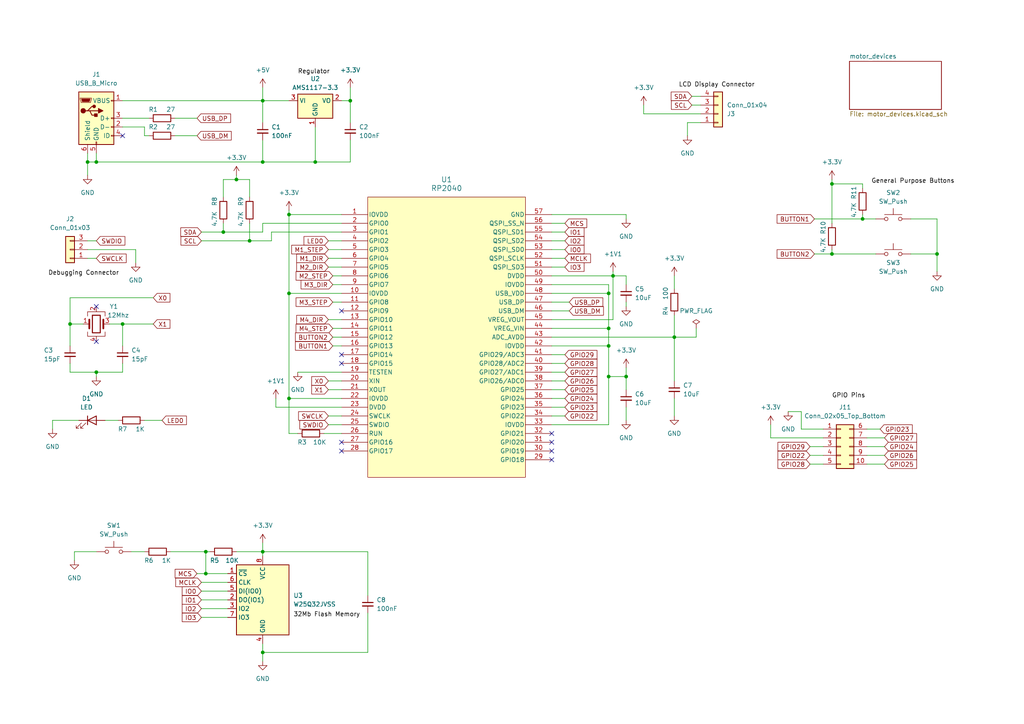
<source format=kicad_sch>
(kicad_sch (version 20230121) (generator eeschema)
  (paper "A4")
  (lib_symbols
    (symbol "Connector:USB_B_Micro" (pin_names (offset 1.016))
      (property "Reference" "J" (at -5.08 11.43 0))
      (property "Value" "USB_B_Micro" (at -5.08 8.89 0))
      (symbol "USB_B_Micro_0_1"
        (rectangle (start -5.08 -7.62) (end 5.08 7.62) (stroke (width 0.254)) (fill (type background)))
        (circle (center -3.81 2.159) (radius 0.635) (stroke (width 0.254)) (fill (type outline)))
        (circle (center -0.635 3.429) (radius 0.381) (stroke (width 0.254)) (fill (type outline)))
        (rectangle (start -0.127 -7.62) (end 0.127 -6.858))
        (polyline (pts (xy -1.905 2.159) (xy 0.635 2.159)) (stroke (width 0.254)))
        (polyline (pts (xy -3.175 2.159) (xy -2.54 2.159) (xy -1.27 3.429) (xy -0.635 3.429)) (stroke (width 0.254)))
        (polyline (pts (xy -2.54 2.159) (xy -1.905 2.159) (xy -1.27 0.889) (xy 0 0.889)) (stroke (width 0.254)))
        (polyline (pts (xy 0.635 2.794) (xy 0.635 1.524) (xy 1.905 2.159) (xy 0.635 2.794)) (stroke (width 0.254)) (fill (type outline)))
        (polyline (pts (xy -4.318 5.588) (xy -1.778 5.588) (xy -2.032 4.826) (xy -4.064 4.826) (xy -4.318 5.588)) (fill (type outline)))
        (polyline (pts (xy -4.699 5.842) (xy -4.699 5.588) (xy -4.445 4.826) (xy -4.445 4.572) (xy -1.651 4.572) (xy -1.651 4.826) (xy -1.397 5.588) (xy -1.397 5.842) (xy -4.699 5.842)))
        (rectangle (start 0.254 1.27) (end -0.508 0.508) (stroke (width 0.254)) (fill (type outline)))
        (rectangle (start 5.08 -5.207) (end 4.318 -4.953))
        (rectangle (start 5.08 -2.667) (end 4.318 -2.413))
        (rectangle (start 5.08 -0.127) (end 4.318 0.127))
        (rectangle (start 5.08 4.953) (end 4.318 5.207))
      )
      (symbol "USB_B_Micro_1_1"
        (pin power_out line (at 7.62 5.08 180) (length 2.54) (name "VBUS") (number "1"))
        (pin bidirectional line (at 7.62 -2.54 180) (length 2.54) (name "D-") (number "2"))
        (pin bidirectional line (at 7.62 0 180) (length 2.54) (name "D+") (number "3"))
        (pin passive line (at 7.62 -5.08 180) (length 2.54) (name "ID") (number "4"))
        (pin power_out line (at 0 -10.16 90) (length 2.54) (name "GND") (number "5"))
        (pin passive line (at -2.54 -10.16 90) (length 2.54) (name "Shield") (number "6"))
      )
    )
    (symbol "Connector_Generic:Conn_01x03" (pin_names (offset 1.016) hide)
      (property "Reference" "J" (at 0 5.08 0))
      (property "Value" "Conn_01x03" (at 0 -5.08 0))
      (symbol "Conn_01x03_1_1"
        (rectangle (start -1.27 -2.413) (end 0 -2.667) (stroke (width 0.1524)))
        (rectangle (start -1.27 0.127) (end 0 -0.127) (stroke (width 0.1524)))
        (rectangle (start -1.27 2.667) (end 0 2.413) (stroke (width 0.1524)))
        (rectangle (start -1.27 3.81) (end 1.27 -3.81) (stroke (width 0.254)) (fill (type background)))
        (pin passive line (at -5.08 2.54 0) (length 3.81) (name "Pin_1") (number "1"))
        (pin passive line (at -5.08 0 0) (length 3.81) (name "Pin_2") (number "2"))
        (pin passive line (at -5.08 -2.54 0) (length 3.81) (name "Pin_3") (number "3"))
      )
    )
    (symbol "Connector_Generic:Conn_01x04" (pin_names (offset 1.016) hide)
      (property "Reference" "J" (at 0 5.08 0))
      (property "Value" "Conn_01x04" (at 0 -7.62 0))
      (symbol "Conn_01x04_1_1"
        (rectangle (start -1.27 -4.953) (end 0 -5.207) (stroke (width 0.1524)))
        (rectangle (start -1.27 -2.413) (end 0 -2.667) (stroke (width 0.1524)))
        (rectangle (start -1.27 0.127) (end 0 -0.127) (stroke (width 0.1524)))
        (rectangle (start -1.27 2.667) (end 0 2.413) (stroke (width 0.1524)))
        (rectangle (start -1.27 3.81) (end 1.27 -6.35) (stroke (width 0.254)) (fill (type background)))
        (pin passive line (at -5.08 2.54 0) (length 3.81) (name "Pin_1") (number "1"))
        (pin passive line (at -5.08 0 0) (length 3.81) (name "Pin_2") (number "2"))
        (pin passive line (at -5.08 -2.54 0) (length 3.81) (name "Pin_3") (number "3"))
        (pin passive line (at -5.08 -5.08 0) (length 3.81) (name "Pin_4") (number "4"))
      )
    )
    (symbol "Connector_Generic:Conn_02x05_Top_Bottom" (pin_names (offset 1.016) hide)
      (property "Reference" "J" (at 1.27 7.62 0))
      (property "Value" "Conn_02x05_Top_Bottom" (at 1.27 -7.62 0))
      (symbol "Conn_02x05_Top_Bottom_1_1"
        (rectangle (start -1.27 -4.953) (end 0 -5.207) (stroke (width 0.1524)))
        (rectangle (start -1.27 -2.413) (end 0 -2.667) (stroke (width 0.1524)))
        (rectangle (start -1.27 0.127) (end 0 -0.127) (stroke (width 0.1524)))
        (rectangle (start -1.27 2.667) (end 0 2.413) (stroke (width 0.1524)))
        (rectangle (start -1.27 5.207) (end 0 4.953) (stroke (width 0.1524)))
        (rectangle (start -1.27 6.35) (end 3.81 -6.35) (stroke (width 0.254)) (fill (type background)))
        (rectangle (start 3.81 -4.953) (end 2.54 -5.207) (stroke (width 0.1524)))
        (rectangle (start 3.81 -2.413) (end 2.54 -2.667) (stroke (width 0.1524)))
        (rectangle (start 3.81 0.127) (end 2.54 -0.127) (stroke (width 0.1524)))
        (rectangle (start 3.81 2.667) (end 2.54 2.413) (stroke (width 0.1524)))
        (rectangle (start 3.81 5.207) (end 2.54 4.953) (stroke (width 0.1524)))
        (pin passive line (at -5.08 5.08 0) (length 3.81) (name "Pin_1") (number "1"))
        (pin passive line (at 7.62 -5.08 180) (length 3.81) (name "Pin_10") (number "10"))
        (pin passive line (at -5.08 2.54 0) (length 3.81) (name "Pin_2") (number "2"))
        (pin passive line (at -5.08 0 0) (length 3.81) (name "Pin_3") (number "3"))
        (pin passive line (at -5.08 -2.54 0) (length 3.81) (name "Pin_4") (number "4"))
        (pin passive line (at -5.08 -5.08 0) (length 3.81) (name "Pin_5") (number "5"))
        (pin passive line (at 7.62 5.08 180) (length 3.81) (name "Pin_6") (number "6"))
        (pin passive line (at 7.62 2.54 180) (length 3.81) (name "Pin_7") (number "7"))
        (pin passive line (at 7.62 0 180) (length 3.81) (name "Pin_8") (number "8"))
        (pin passive line (at 7.62 -2.54 180) (length 3.81) (name "Pin_9") (number "9"))
      )
    )
    (symbol "Device:C_Small" (pin_numbers hide) (pin_names (offset 0.254) hide)
      (property "Reference" "C" (at 0.254 1.778 0))
      (property "Value" "C_Small" (at 0.254 -2.032 0))
      (symbol "C_Small_0_1"
        (polyline (pts (xy -1.524 -0.508) (xy 1.524 -0.508)) (stroke (width 0.3302)))
        (polyline (pts (xy -1.524 0.508) (xy 1.524 0.508)) (stroke (width 0.3048)))
      )
      (symbol "C_Small_1_1"
        (pin passive line (at 0 2.54 270) (length 2.032) (name "~") (number "1"))
        (pin passive line (at 0 -2.54 90) (length 2.032) (name "~") (number "2"))
      )
    )
    (symbol "Device:Crystal_GND24" (pin_names (offset 1.016) hide)
      (property "Reference" "Y" (at 3.175 5.08 0))
      (property "Value" "Crystal_GND24" (at 3.175 3.175 0))
      (symbol "Crystal_GND24_0_1"
        (rectangle (start -1.143 2.54) (end 1.143 -2.54) (stroke (width 0.3048)))
        (polyline (pts (xy -2.54 0) (xy -2.032 0)))
        (polyline (pts (xy -2.032 -1.27) (xy -2.032 1.27)) (stroke (width 0.508)))
        (polyline (pts (xy 0 -3.81) (xy 0 -3.556)))
        (polyline (pts (xy 0 3.556) (xy 0 3.81)))
        (polyline (pts (xy 2.032 -1.27) (xy 2.032 1.27)) (stroke (width 0.508)))
        (polyline (pts (xy 2.032 0) (xy 2.54 0)))
        (polyline (pts (xy -2.54 -2.286) (xy -2.54 -3.556) (xy 2.54 -3.556) (xy 2.54 -2.286)))
        (polyline (pts (xy -2.54 2.286) (xy -2.54 3.556) (xy 2.54 3.556) (xy 2.54 2.286)))
      )
      (symbol "Crystal_GND24_1_1"
        (pin passive line (at -3.81 0 0) (length 1.27) (name "1") (number "1"))
        (pin passive line (at 0 5.08 270) (length 1.27) (name "2") (number "2"))
        (pin passive line (at 3.81 0 180) (length 1.27) (name "3") (number "3"))
        (pin passive line (at 0 -5.08 90) (length 1.27) (name "4") (number "4"))
      )
    )
    (symbol "Device:LED" (pin_numbers hide) (pin_names (offset 1.016) hide)
      (property "Reference" "D" (at 0 2.54 0))
      (property "Value" "LED" (at 0 -2.54 0))
      (symbol "LED_0_1"
        (polyline (pts (xy -1.27 -1.27) (xy -1.27 1.27)) (stroke (width 0.254)))
        (polyline (pts (xy -1.27 0) (xy 1.27 0)))
        (polyline (pts (xy 1.27 -1.27) (xy 1.27 1.27) (xy -1.27 0) (xy 1.27 -1.27)) (stroke (width 0.254)))
        (polyline (pts (xy -3.048 -0.762) (xy -4.572 -2.286) (xy -3.81 -2.286) (xy -4.572 -2.286) (xy -4.572 -1.524)))
        (polyline (pts (xy -1.778 -0.762) (xy -3.302 -2.286) (xy -2.54 -2.286) (xy -3.302 -2.286) (xy -3.302 -1.524)))
      )
      (symbol "LED_1_1"
        (pin passive line (at -3.81 0 0) (length 2.54) (name "K") (number "1"))
        (pin passive line (at 3.81 0 180) (length 2.54) (name "A") (number "2"))
      )
    )
    (symbol "Device:R" (pin_numbers hide) (pin_names (offset 0))
      (property "Reference" "R" (at 2.032 0 90))
      (property "Value" "R" (at 0 0 90))
      (symbol "R_0_1"
        (rectangle (start -1.016 -2.54) (end 1.016 2.54) (stroke (width 0.254)))
      )
      (symbol "R_1_1"
        (pin passive line (at 0 3.81 270) (length 1.27) (name "~") (number "1"))
        (pin passive line (at 0 -3.81 90) (length 1.27) (name "~") (number "2"))
      )
    )
    (symbol "Memory_Flash:W25Q32JVSS"
      (property "Reference" "U" (at -6.35 11.43 0))
      (property "Value" "W25Q32JVSS" (at 7.62 11.43 0))
      (symbol "W25Q32JVSS_0_1"
        (rectangle (start -7.62 10.16) (end 7.62 -10.16) (stroke (width 0.254)) (fill (type background)))
      )
      (symbol "W25Q32JVSS_1_1"
        (pin input line (at -10.16 7.62 0) (length 2.54) (name "~{CS}") (number "1"))
        (pin bidirectional line (at -10.16 0 0) (length 2.54) (name "DO(IO1)") (number "2"))
        (pin bidirectional line (at -10.16 -2.54 0) (length 2.54) (name "IO2") (number "3"))
        (pin power_in line (at 0 -12.7 90) (length 2.54) (name "GND") (number "4"))
        (pin bidirectional line (at -10.16 2.54 0) (length 2.54) (name "DI(IO0)") (number "5"))
        (pin input line (at -10.16 5.08 0) (length 2.54) (name "CLK") (number "6"))
        (pin bidirectional line (at -10.16 -5.08 0) (length 2.54) (name "IO3") (number "7"))
        (pin power_in line (at 0 12.7 270) (length 2.54) (name "VCC") (number "8"))
      )
    )
    (symbol "RP2040:RP2040" (pin_names (offset 0.254))
      (property "Reference" "U1" (at 30.48 10.16 0))
      (property "Value" "RP2040" (at 30.48 7.62 0))
      (symbol "RP2040_0_1"
        (pin power_in line (at 0 0 0) (length 7.62) (name "IOVDD") (number "1"))
        (pin power_in line (at 0 -22.86 0) (length 7.62) (name "IOVDD") (number "10"))
        (pin bidirectional line (at 0 -25.4 0) (length 7.62) (name "GPIO8") (number "11"))
        (pin bidirectional line (at 0 -27.94 0) (length 7.62) (name "GPIO9") (number "12"))
        (pin bidirectional line (at 0 -30.48 0) (length 7.62) (name "GPIO10") (number "13"))
        (pin bidirectional line (at 0 -33.02 0) (length 7.62) (name "GPIO11") (number "14"))
        (pin bidirectional line (at 0 -35.56 0) (length 7.62) (name "GPIO12") (number "15"))
        (pin bidirectional line (at 0 -38.1 0) (length 7.62) (name "GPIO13") (number "16"))
        (pin bidirectional line (at 0 -40.64 0) (length 7.62) (name "GPIO14") (number "17"))
        (pin bidirectional line (at 0 -43.18 0) (length 7.62) (name "GPIO15") (number "18"))
        (pin bidirectional line (at 0 -2.54 0) (length 7.62) (name "GPIO0") (number "2"))
        (pin output line (at 0 -50.8 0) (length 7.62) (name "XOUT") (number "21"))
        (pin power_in line (at 0 -53.34 0) (length 7.62) (name "IOVDD") (number "22"))
        (pin power_in line (at 0 -55.88 0) (length 7.62) (name "DVDD") (number "23"))
        (pin bidirectional line (at 0 -66.04 0) (length 7.62) (name "GPIO16") (number "27"))
        (pin bidirectional line (at 0 -68.58 0) (length 7.62) (name "GPIO17") (number "28"))
        (pin bidirectional line (at 60.96 -71.12 180) (length 7.62) (name "GPIO18") (number "29"))
        (pin bidirectional line (at 0 -5.08 0) (length 7.62) (name "GPIO1") (number "3"))
        (pin bidirectional line (at 60.96 -68.58 180) (length 7.62) (name "GPIO19") (number "30"))
        (pin bidirectional line (at 60.96 -66.04 180) (length 7.62) (name "GPIO20") (number "31"))
        (pin bidirectional line (at 60.96 -63.5 180) (length 7.62) (name "GPIO21") (number "32"))
        (pin power_in line (at 60.96 -60.96 180) (length 7.62) (name "IOVDD") (number "33"))
        (pin bidirectional line (at 60.96 -58.42 180) (length 7.62) (name "GPIO22") (number "34"))
        (pin bidirectional line (at 60.96 -55.88 180) (length 7.62) (name "GPIO23") (number "35"))
        (pin bidirectional line (at 60.96 -53.34 180) (length 7.62) (name "GPIO24") (number "36"))
        (pin bidirectional line (at 60.96 -50.8 180) (length 7.62) (name "GPIO25") (number "37"))
        (pin bidirectional line (at 60.96 -48.26 180) (length 7.62) (name "GPIO26/ADC0") (number "38"))
        (pin bidirectional line (at 60.96 -45.72 180) (length 7.62) (name "GPIO27/ADC1") (number "39"))
        (pin bidirectional line (at 0 -7.62 0) (length 7.62) (name "GPIO2") (number "4"))
        (pin bidirectional line (at 60.96 -43.18 180) (length 7.62) (name "GPIO28/ADC2") (number "40"))
        (pin bidirectional line (at 60.96 -40.64 180) (length 7.62) (name "GPIO29/ADC3") (number "41"))
        (pin power_in line (at 60.96 -38.1 180) (length 7.62) (name "IOVDD") (number "42"))
        (pin power_in line (at 60.96 -35.56 180) (length 7.62) (name "ADC_AVDD") (number "43"))
        (pin power_in line (at 60.96 -22.86 180) (length 7.62) (name "USB_VDD") (number "48"))
        (pin power_in line (at 60.96 -20.32 180) (length 7.62) (name "IOVDD") (number "49"))
        (pin bidirectional line (at 0 -10.16 0) (length 7.62) (name "GPIO3") (number "5"))
        (pin power_in line (at 60.96 -17.78 180) (length 7.62) (name "DVDD") (number "50"))
        (pin bidirectional line (at 60.96 -15.24 180) (length 7.62) (name "QSPI_SD3") (number "51"))
        (pin bidirectional line (at 60.96 -10.16 180) (length 7.62) (name "QSPI_SD0") (number "53"))
        (pin bidirectional line (at 60.96 -7.62 180) (length 7.62) (name "QSPI_SD2") (number "54"))
        (pin bidirectional line (at 60.96 -5.08 180) (length 7.62) (name "QSPI_SD1") (number "55"))
        (pin bidirectional line (at 0 -12.7 0) (length 7.62) (name "GPIO4") (number "6"))
        (pin bidirectional line (at 0 -15.24 0) (length 7.62) (name "GPIO5") (number "7"))
        (pin bidirectional line (at 0 -17.78 0) (length 7.62) (name "GPIO6") (number "8"))
        (pin bidirectional line (at 0 -20.32 0) (length 7.62) (name "GPIO7") (number "9"))
      )
      (symbol "RP2040_1_1"
        (rectangle (start 7.62 5.08) (end 53.34 -76.2) (fill (type background)))
        (pin input line (at 0 -45.72 0) (length 7.62) (name "TESTEN") (number "19"))
        (pin input line (at 0 -48.26 0) (length 7.62) (name "XIN") (number "20"))
        (pin input line (at 0 -58.42 0) (length 7.62) (name "SWCLK") (number "24"))
        (pin bidirectional line (at 0 -60.96 0) (length 7.62) (name "SWDIO") (number "25"))
        (pin input line (at 0 -63.5 0) (length 7.62) (name "RUN") (number "26"))
        (pin power_in line (at 60.96 -33.02 180) (length 7.62) (name "VREG_VIN") (number "44"))
        (pin power_out line (at 60.96 -30.48 180) (length 7.62) (name "VREG_VOUT") (number "45"))
        (pin bidirectional line (at 60.96 -27.94 180) (length 7.62) (name "USB_DM") (number "46"))
        (pin bidirectional line (at 60.96 -25.4 180) (length 7.62) (name "USB_DP") (number "47"))
        (pin output line (at 60.96 -12.7 180) (length 7.62) (name "QSPI_SCLK") (number "52"))
        (pin bidirectional line (at 60.96 -2.54 180) (length 7.62) (name "QSPI_SS_N") (number "56"))
        (pin power_in line (at 60.96 0 180) (length 7.62) (name "GND") (number "57"))
      )
    )
    (symbol "Regulator_Linear:AMS1117-3.3"
      (property "Reference" "U" (at -3.81 3.175 0))
      (property "Value" "AMS1117-3.3" (at 0 3.175 0))
      (symbol "AMS1117-3.3_0_1"
        (rectangle (start -5.08 -5.08) (end 5.08 1.905) (stroke (width 0.254)) (fill (type background)))
      )
      (symbol "AMS1117-3.3_1_1"
        (pin power_in line (at 0 -7.62 90) (length 2.54) (name "GND") (number "1"))
        (pin power_out line (at 7.62 0 180) (length 2.54) (name "VO") (number "2"))
        (pin power_in line (at -7.62 0 0) (length 2.54) (name "VI") (number "3"))
      )
    )
    (symbol "Switch:SW_Push" (pin_numbers hide) (pin_names (offset 1.016) hide)
      (property "Reference" "SW" (at 1.27 2.54 0))
      (property "Value" "SW_Push" (at 0 -1.524 0))
      (symbol "SW_Push_0_1"
        (circle (center -2.032 0) (radius 0.508))
        (polyline (pts (xy 0 1.27) (xy 0 3.048)))
        (polyline (pts (xy 2.54 1.27) (xy -2.54 1.27)))
        (circle (center 2.032 0) (radius 0.508))
        (pin passive line (at -5.08 0 0) (length 2.54) (name "1") (number "1"))
        (pin passive line (at 5.08 0 180) (length 2.54) (name "2") (number "2"))
      )
    )
    (symbol "power:+1V1" (power) (pin_names (offset 0))
      (property "Value" "+1V1" (at 0 3.556 0))
      (symbol "+1V1_0_1"
        (polyline (pts (xy -0.762 1.27) (xy 0 2.54)))
        (polyline (pts (xy 0 0) (xy 0 2.54)))
        (polyline (pts (xy 0 2.54) (xy 0.762 1.27)))
      )
      (symbol "+1V1_1_1"
        (pin power_in line (at 0 0 90) (length 0) hide (name "+1V1") (number "1"))
      )
    )
    (symbol "power:+3.3V" (power) (pin_names (offset 0))
      (property "Value" "+3.3V" (at 0 3.556 0))
      (symbol "+3.3V_0_1"
        (polyline (pts (xy -0.762 1.27) (xy 0 2.54)))
        (polyline (pts (xy 0 0) (xy 0 2.54)))
        (polyline (pts (xy 0 2.54) (xy 0.762 1.27)))
      )
      (symbol "+3.3V_1_1"
        (pin power_in line (at 0 0 90) (length 0) hide (name "+3.3V") (number "1"))
      )
    )
    (symbol "power:+5V" (power) (pin_names (offset 0))
      (property "Value" "+5V" (at 0 3.556 0))
      (symbol "+5V_0_1"
        (polyline (pts (xy -0.762 1.27) (xy 0 2.54)))
        (polyline (pts (xy 0 0) (xy 0 2.54)))
        (polyline (pts (xy 0 2.54) (xy 0.762 1.27)))
      )
      (symbol "+5V_1_1"
        (pin power_in line (at 0 0 90) (length 0) hide (name "+5V") (number "1"))
      )
    )
    (symbol "power:GND" (power) (pin_names (offset 0))
      (property "Value" "GND" (at 0 -3.81 0))
      (symbol "GND_0_1"
        (polyline (pts (xy 0 0) (xy 0 -1.27) (xy 1.27 -1.27) (xy 0 -2.54) (xy -1.27 -1.27) (xy 0 -1.27)))
      )
      (symbol "GND_1_1"
        (pin power_in line (at 0 0 270) (length 0) hide (name "GND") (number "1"))
      )
    )
    (symbol "power:PWR_FLAG" (power) (pin_numbers hide) (pin_names (offset 0) hide)
      (property "Value" "PWR_FLAG" (at 0 3.81 0))
      (symbol "PWR_FLAG_0_0"
        (pin power_out line (at 0 0 90) (length 0) (name "pwr") (number "1"))
      )
      (symbol "PWR_FLAG_0_1"
        (polyline (pts (xy 0 0) (xy 0 1.27) (xy -1.016 1.905) (xy 0 2.54) (xy 1.016 1.905) (xy 0 1.27)))
      )
    )
  )
  (junction (at 83.82 62.23))
  (junction (at 250.19 63.5))
  (junction (at 83.82 115.57))
  (junction (at 83.82 85.09))
  (junction (at 177.8 80.01))
  (junction (at 25.4 46.99))
  (junction (at 76.2 29.21))
  (junction (at 176.53 100.33))
  (junction (at 176.53 95.25))
  (junction (at 271.78 73.66))
  (junction (at 20.32 93.98))
  (junction (at 68.58 52.07))
  (junction (at 76.2 160.02))
  (junction (at 59.69 166.37))
  (junction (at 59.69 160.02))
  (junction (at 176.53 85.09))
  (junction (at 35.56 93.98))
  (junction (at 27.94 107.95))
  (junction (at 101.6 29.21))
  (junction (at 176.53 109.22))
  (junction (at 181.61 109.22))
  (junction (at 72.39 69.85))
  (junction (at 64.77 67.31))
  (junction (at 91.44 46.99))
  (junction (at 241.3 73.66))
  (junction (at 76.2 189.23))
  (junction (at 27.94 46.99))
  (junction (at 241.3 53.34))
  (junction (at 76.2 46.99))
  (junction (at 195.58 97.79))
  (no_connect (at 160.02 130.81))
  (no_connect (at 160.02 133.35))
  (no_connect (at 27.94 99.06))
  (no_connect (at 160.02 125.73))
  (no_connect (at 99.06 130.81))
  (no_connect (at 99.06 102.87))
  (no_connect (at 99.06 90.17))
  (no_connect (at 99.06 105.41))
  (no_connect (at 27.94 88.9))
  (no_connect (at 35.56 39.37))
  (no_connect (at 160.02 128.27))
  (no_connect (at 99.06 128.27))
  (wire (pts (xy 181.61 118.11) (xy 181.61 121.92)))
  (wire (pts (xy 35.56 34.29) (xy 43.18 34.29)))
  (wire (pts (xy 160.02 82.55) (xy 176.53 82.55)))
  (wire (pts (xy 86.36 107.95) (xy 99.06 107.95)))
  (wire (pts (xy 72.39 64.77) (xy 72.39 69.85)))
  (wire (pts (xy 223.52 123.19) (xy 223.52 127)))
  (wire (pts (xy 234.95 132.08) (xy 238.76 132.08)))
  (wire (pts (xy 96.52 100.33) (xy 99.06 100.33)))
  (wire (pts (xy 238.76 124.46) (xy 232.41 124.46)))
  (wire (pts (xy 232.41 124.46) (xy 232.41 119.38)))
  (wire (pts (xy 181.61 109.22) (xy 181.61 113.03)))
  (wire (pts (xy 181.61 106.68) (xy 181.61 109.22)))
  (wire (pts (xy 176.53 95.25) (xy 160.02 95.25)))
  (wire (pts (xy 64.77 64.77) (xy 64.77 67.31)))
  (wire (pts (xy 58.42 176.53) (xy 66.04 176.53)))
  (wire (pts (xy 106.68 172.72) (xy 106.68 160.02)))
  (wire (pts (xy 35.56 36.83) (xy 41.91 36.83)))
  (wire (pts (xy 86.36 125.73) (xy 83.82 125.73)))
  (wire (pts (xy 160.02 118.11) (xy 163.83 118.11)))
  (wire (pts (xy 93.98 125.73) (xy 99.06 125.73)))
  (wire (pts (xy 160.02 67.31) (xy 163.83 67.31)))
  (wire (pts (xy 25.4 74.93) (xy 27.94 74.93)))
  (wire (pts (xy 101.6 29.21) (xy 101.6 35.56)))
  (wire (pts (xy 106.68 160.02) (xy 76.2 160.02)))
  (wire (pts (xy 95.25 77.47) (xy 99.06 77.47)))
  (wire (pts (xy 80.01 115.57) (xy 80.01 118.11)))
  (wire (pts (xy 195.58 80.01) (xy 195.58 83.82)))
  (wire (pts (xy 83.82 62.23) (xy 99.06 62.23)))
  (wire (pts (xy 201.93 97.79) (xy 195.58 97.79)))
  (wire (pts (xy 49.53 160.02) (xy 59.69 160.02)))
  (wire (pts (xy 76.2 186.69) (xy 76.2 189.23)))
  (wire (pts (xy 99.06 67.31) (xy 78.74 67.31)))
  (wire (pts (xy 59.69 166.37) (xy 66.04 166.37)))
  (wire (pts (xy 24.13 93.98) (xy 20.32 93.98)))
  (wire (pts (xy 176.53 109.22) (xy 176.53 123.19)))
  (wire (pts (xy 50.8 34.29) (xy 57.15 34.29)))
  (wire (pts (xy 160.02 64.77) (xy 163.83 64.77)))
  (wire (pts (xy 160.02 62.23) (xy 181.61 62.23)))
  (wire (pts (xy 203.2 35.56) (xy 199.39 35.56)))
  (wire (pts (xy 91.44 46.99) (xy 76.2 46.99)))
  (wire (pts (xy 181.61 87.63) (xy 181.61 88.9)))
  (wire (pts (xy 160.02 77.47) (xy 163.83 77.47)))
  (wire (pts (xy 101.6 40.64) (xy 101.6 46.99)))
  (wire (pts (xy 177.8 80.01) (xy 177.8 92.71)))
  (wire (pts (xy 99.06 64.77) (xy 76.2 64.77)))
  (wire (pts (xy 177.8 78.74) (xy 177.8 80.01)))
  (wire (pts (xy 241.3 53.34) (xy 241.3 64.77)))
  (wire (pts (xy 76.2 189.23) (xy 76.2 191.77)))
  (wire (pts (xy 181.61 82.55) (xy 181.61 80.01)))
  (wire (pts (xy 236.22 73.66) (xy 241.3 73.66)))
  (wire (pts (xy 20.32 107.95) (xy 27.94 107.95)))
  (wire (pts (xy 27.94 107.95) (xy 27.94 109.22)))
  (wire (pts (xy 176.53 85.09) (xy 176.53 95.25)))
  (wire (pts (xy 72.39 57.15) (xy 72.39 52.07)))
  (wire (pts (xy 96.52 82.55) (xy 99.06 82.55)))
  (wire (pts (xy 160.02 80.01) (xy 177.8 80.01)))
  (wire (pts (xy 76.2 157.48) (xy 76.2 160.02)))
  (wire (pts (xy 160.02 85.09) (xy 176.53 85.09)))
  (wire (pts (xy 68.58 160.02) (xy 76.2 160.02)))
  (wire (pts (xy 201.93 95.25) (xy 201.93 97.79)))
  (wire (pts (xy 76.2 29.21) (xy 83.82 29.21)))
  (wire (pts (xy 177.8 80.01) (xy 181.61 80.01)))
  (wire (pts (xy 176.53 109.22) (xy 181.61 109.22)))
  (wire (pts (xy 64.77 57.15) (xy 64.77 52.07)))
  (wire (pts (xy 76.2 40.64) (xy 76.2 46.99)))
  (wire (pts (xy 236.22 63.5) (xy 250.19 63.5)))
  (wire (pts (xy 20.32 86.36) (xy 20.32 93.98)))
  (wire (pts (xy 271.78 73.66) (xy 271.78 78.74)))
  (wire (pts (xy 186.69 33.02) (xy 203.2 33.02)))
  (wire (pts (xy 35.56 107.95) (xy 27.94 107.95)))
  (wire (pts (xy 76.2 25.4) (xy 76.2 29.21)))
  (wire (pts (xy 60.96 160.02) (xy 59.69 160.02)))
  (wire (pts (xy 199.39 35.56) (xy 199.39 39.37)))
  (wire (pts (xy 20.32 86.36) (xy 44.45 86.36)))
  (wire (pts (xy 160.02 72.39) (xy 163.83 72.39)))
  (wire (pts (xy 160.02 113.03) (xy 163.83 113.03)))
  (wire (pts (xy 234.95 134.62) (xy 238.76 134.62)))
  (wire (pts (xy 264.16 73.66) (xy 271.78 73.66)))
  (wire (pts (xy 250.19 53.34) (xy 241.3 53.34)))
  (wire (pts (xy 96.52 87.63) (xy 99.06 87.63)))
  (wire (pts (xy 58.42 171.45) (xy 66.04 171.45)))
  (wire (pts (xy 27.94 160.02) (xy 21.59 160.02)))
  (wire (pts (xy 251.46 132.08) (xy 256.54 132.08)))
  (wire (pts (xy 58.42 168.91) (xy 66.04 168.91)))
  (wire (pts (xy 160.02 115.57) (xy 163.83 115.57)))
  (wire (pts (xy 78.74 67.31) (xy 78.74 69.85)))
  (wire (pts (xy 160.02 92.71) (xy 177.8 92.71)))
  (wire (pts (xy 101.6 25.4) (xy 101.6 29.21)))
  (wire (pts (xy 241.3 72.39) (xy 241.3 73.66)))
  (wire (pts (xy 160.02 120.65) (xy 163.83 120.65)))
  (wire (pts (xy 91.44 36.83) (xy 91.44 46.99)))
  (wire (pts (xy 76.2 35.56) (xy 76.2 29.21)))
  (wire (pts (xy 101.6 46.99) (xy 91.44 46.99)))
  (wire (pts (xy 27.94 44.45) (xy 27.94 46.99)))
  (wire (pts (xy 68.58 50.8) (xy 68.58 52.07)))
  (wire (pts (xy 35.56 100.33) (xy 35.56 93.98)))
  (wire (pts (xy 160.02 97.79) (xy 195.58 97.79)))
  (wire (pts (xy 160.02 110.49) (xy 163.83 110.49)))
  (wire (pts (xy 271.78 63.5) (xy 271.78 73.66)))
  (wire (pts (xy 234.95 129.54) (xy 238.76 129.54)))
  (wire (pts (xy 41.91 36.83) (xy 41.91 39.37)))
  (wire (pts (xy 41.91 121.92) (xy 46.99 121.92)))
  (wire (pts (xy 160.02 69.85) (xy 163.83 69.85)))
  (wire (pts (xy 99.06 115.57) (xy 83.82 115.57)))
  (wire (pts (xy 35.56 93.98) (xy 44.45 93.98)))
  (wire (pts (xy 35.56 93.98) (xy 31.75 93.98)))
  (wire (pts (xy 95.25 72.39) (xy 99.06 72.39)))
  (wire (pts (xy 160.02 90.17) (xy 165.1 90.17)))
  (wire (pts (xy 50.8 39.37) (xy 57.15 39.37)))
  (wire (pts (xy 21.59 160.02) (xy 21.59 162.56)))
  (wire (pts (xy 20.32 93.98) (xy 20.32 100.33)))
  (wire (pts (xy 15.24 121.92) (xy 22.86 121.92)))
  (wire (pts (xy 106.68 177.8) (xy 106.68 189.23)))
  (wire (pts (xy 176.53 100.33) (xy 176.53 109.22)))
  (wire (pts (xy 241.3 73.66) (xy 254 73.66)))
  (wire (pts (xy 15.24 121.92) (xy 15.24 124.46)))
  (wire (pts (xy 241.3 52.07) (xy 241.3 53.34)))
  (wire (pts (xy 195.58 91.44) (xy 195.58 97.79)))
  (wire (pts (xy 25.4 69.85) (xy 27.94 69.85)))
  (wire (pts (xy 72.39 52.07) (xy 68.58 52.07)))
  (wire (pts (xy 250.19 63.5) (xy 250.19 62.23)))
  (wire (pts (xy 64.77 67.31) (xy 76.2 67.31)))
  (wire (pts (xy 238.76 127) (xy 223.52 127)))
  (wire (pts (xy 176.53 82.55) (xy 176.53 85.09)))
  (wire (pts (xy 176.53 95.25) (xy 176.53 100.33)))
  (wire (pts (xy 83.82 60.96) (xy 83.82 62.23)))
  (wire (pts (xy 58.42 69.85) (xy 72.39 69.85)))
  (wire (pts (xy 232.41 119.38) (xy 228.6 119.38)))
  (wire (pts (xy 195.58 115.57) (xy 195.58 120.65)))
  (wire (pts (xy 58.42 67.31) (xy 64.77 67.31)))
  (wire (pts (xy 251.46 129.54) (xy 256.54 129.54)))
  (wire (pts (xy 200.66 30.48) (xy 203.2 30.48)))
  (wire (pts (xy 64.77 52.07) (xy 68.58 52.07)))
  (wire (pts (xy 99.06 85.09) (xy 83.82 85.09)))
  (wire (pts (xy 38.1 160.02) (xy 41.91 160.02)))
  (wire (pts (xy 254 63.5) (xy 250.19 63.5)))
  (wire (pts (xy 25.4 72.39) (xy 39.37 72.39)))
  (wire (pts (xy 57.15 166.37) (xy 59.69 166.37)))
  (wire (pts (xy 58.42 179.07) (xy 66.04 179.07)))
  (wire (pts (xy 251.46 124.46) (xy 255.27 124.46)))
  (wire (pts (xy 160.02 102.87) (xy 163.83 102.87)))
  (wire (pts (xy 250.19 54.61) (xy 250.19 53.34)))
  (wire (pts (xy 95.25 69.85) (xy 99.06 69.85)))
  (wire (pts (xy 83.82 85.09) (xy 83.82 115.57)))
  (wire (pts (xy 251.46 127) (xy 256.54 127)))
  (wire (pts (xy 95.25 123.19) (xy 99.06 123.19)))
  (wire (pts (xy 160.02 105.41) (xy 163.83 105.41)))
  (wire (pts (xy 39.37 72.39) (xy 39.37 76.2)))
  (wire (pts (xy 27.94 46.99) (xy 25.4 46.99)))
  (wire (pts (xy 80.01 118.11) (xy 99.06 118.11)))
  (wire (pts (xy 76.2 160.02) (xy 76.2 161.29)))
  (wire (pts (xy 106.68 189.23) (xy 76.2 189.23)))
  (wire (pts (xy 96.52 95.25) (xy 99.06 95.25)))
  (wire (pts (xy 76.2 46.99) (xy 27.94 46.99)))
  (wire (pts (xy 195.58 97.79) (xy 195.58 110.49)))
  (wire (pts (xy 20.32 105.41) (xy 20.32 107.95)))
  (wire (pts (xy 95.25 74.93) (xy 99.06 74.93)))
  (wire (pts (xy 41.91 39.37) (xy 43.18 39.37)))
  (wire (pts (xy 58.42 173.99) (xy 66.04 173.99)))
  (wire (pts (xy 83.82 115.57) (xy 83.82 125.73)))
  (wire (pts (xy 72.39 69.85) (xy 78.74 69.85)))
  (wire (pts (xy 95.25 120.65) (xy 99.06 120.65)))
  (wire (pts (xy 30.48 121.92) (xy 34.29 121.92)))
  (wire (pts (xy 96.52 80.01) (xy 99.06 80.01)))
  (wire (pts (xy 160.02 107.95) (xy 163.83 107.95)))
  (wire (pts (xy 181.61 62.23) (xy 181.61 63.5)))
  (wire (pts (xy 35.56 29.21) (xy 76.2 29.21)))
  (wire (pts (xy 76.2 64.77) (xy 76.2 67.31)))
  (wire (pts (xy 83.82 62.23) (xy 83.82 85.09)))
  (wire (pts (xy 25.4 44.45) (xy 25.4 46.99)))
  (wire (pts (xy 95.25 113.03) (xy 99.06 113.03)))
  (wire (pts (xy 200.66 27.94) (xy 203.2 27.94)))
  (wire (pts (xy 160.02 74.93) (xy 163.83 74.93)))
  (wire (pts (xy 160.02 123.19) (xy 176.53 123.19)))
  (wire (pts (xy 99.06 29.21) (xy 101.6 29.21)))
  (wire (pts (xy 160.02 100.33) (xy 176.53 100.33)))
  (wire (pts (xy 251.46 134.62) (xy 256.54 134.62)))
  (wire (pts (xy 95.25 110.49) (xy 99.06 110.49)))
  (wire (pts (xy 59.69 160.02) (xy 59.69 166.37)))
  (wire (pts (xy 160.02 87.63) (xy 165.1 87.63)))
  (wire (pts (xy 186.69 30.48) (xy 186.69 33.02)))
  (wire (pts (xy 96.52 97.79) (xy 99.06 97.79)))
  (wire (pts (xy 95.25 92.71) (xy 99.06 92.71)))
  (wire (pts (xy 35.56 105.41) (xy 35.56 107.95)))
  (wire (pts (xy 264.16 63.5) (xy 271.78 63.5)))
  (wire (pts (xy 25.4 46.99) (xy 25.4 50.8)))
  (text "General Purpose Buttons" (at 252.73 53.34 0) (effects (font (size 1.27 1.27)) (justify left bottom)))
  (text "Debugging Connector\n" (at 13.97 80.01 0) (effects (font (size 1.27 1.27)) (justify left bottom)))
  (text "GPIO Pins\n" (at 241.3 115.57 0) (effects (font (size 1.27 1.27)) (justify left bottom)))
  (text "LCD Display Connector\n" (at 196.85 25.4 0) (effects (font (size 1.27 1.27)) (justify left bottom)))
  (text "Regulator" (at 86.36 21.59 0) (effects (font (size 1.27 1.27)) (justify left bottom)))
  (text "32Mb Flash Memory\n" (at 85.09 179.07 0) (effects (font (size 1.27 1.27)) (justify left bottom)))
  (global_label "IO1" (shape input) (at 58.42 173.99 180) (property "Intersheetrefs" "${INTERSHEET_REFS}" (effects hide)))
  (global_label "SDA" (shape input) (at 200.66 27.94 180) (property "Intersheetrefs" "${INTERSHEET_REFS}" (effects hide)))
  (global_label "SWCLK" (shape input) (at 95.25 120.65 180) (property "Intersheetrefs" "${INTERSHEET_REFS}" (effects hide)))
  (global_label "M1_DIR" (shape input) (at 95.25 74.93 180) (property "Intersheetrefs" "${INTERSHEET_REFS}" (effects hide)))
  (global_label "LED0" (shape input) (at 46.99 121.92 0) (property "Intersheetrefs" "${INTERSHEET_REFS}" (effects hide)))
  (global_label "GPIO29" (shape input) (at 234.95 129.54 180) (property "Intersheetrefs" "${INTERSHEET_REFS}" (effects hide)))
  (global_label "SWDIO" (shape input) (at 95.25 123.19 180) (property "Intersheetrefs" "${INTERSHEET_REFS}" (effects hide)))
  (global_label "BUTTON2" (shape input) (at 236.22 73.66 180) (property "Intersheetrefs" "${INTERSHEET_REFS}" (effects hide)))
  (global_label "GPIO27" (shape input) (at 163.83 107.95 0) (property "Intersheetrefs" "${INTERSHEET_REFS}" (effects hide)))
  (global_label "USB_DM" (shape input) (at 57.15 39.37 0) (property "Intersheetrefs" "${INTERSHEET_REFS}" (effects hide)))
  (global_label "MCLK" (shape input) (at 58.42 168.91 180) (property "Intersheetrefs" "${INTERSHEET_REFS}" (effects hide)))
  (global_label "GPIO22" (shape input) (at 234.95 132.08 180) (property "Intersheetrefs" "${INTERSHEET_REFS}" (effects hide)))
  (global_label "GPIO23" (shape input) (at 163.83 118.11 0) (property "Intersheetrefs" "${INTERSHEET_REFS}" (effects hide)))
  (global_label "IO0" (shape input) (at 163.83 72.39 0) (property "Intersheetrefs" "${INTERSHEET_REFS}" (effects hide)))
  (global_label "GPIO24" (shape input) (at 163.83 115.57 0) (property "Intersheetrefs" "${INTERSHEET_REFS}" (effects hide)))
  (global_label "GPIO27" (shape input) (at 256.54 127 0) (property "Intersheetrefs" "${INTERSHEET_REFS}" (effects hide)))
  (global_label "X1" (shape input) (at 95.25 113.03 180) (property "Intersheetrefs" "${INTERSHEET_REFS}" (effects hide)))
  (global_label "IO2" (shape input) (at 163.83 69.85 0) (property "Intersheetrefs" "${INTERSHEET_REFS}" (effects hide)))
  (global_label "IO3" (shape input) (at 58.42 179.07 180) (property "Intersheetrefs" "${INTERSHEET_REFS}" (effects hide)))
  (global_label "GPIO24" (shape input) (at 256.54 129.54 0) (property "Intersheetrefs" "${INTERSHEET_REFS}" (effects hide)))
  (global_label "IO3" (shape input) (at 163.83 77.47 0) (property "Intersheetrefs" "${INTERSHEET_REFS}" (effects hide)))
  (global_label "M3_STEP" (shape input) (at 96.52 87.63 180) (property "Intersheetrefs" "${INTERSHEET_REFS}" (effects hide)))
  (global_label "USB_DP" (shape input) (at 165.1 87.63 0) (property "Intersheetrefs" "${INTERSHEET_REFS}" (effects hide)))
  (global_label "GPIO26" (shape input) (at 256.54 132.08 0) (property "Intersheetrefs" "${INTERSHEET_REFS}" (effects hide)))
  (global_label "GPIO28" (shape input) (at 163.83 105.41 0) (property "Intersheetrefs" "${INTERSHEET_REFS}" (effects hide)))
  (global_label "BUTTON1" (shape input) (at 96.52 100.33 180) (property "Intersheetrefs" "${INTERSHEET_REFS}" (effects hide)))
  (global_label "BUTTON1" (shape input) (at 236.22 63.5 180) (property "Intersheetrefs" "${INTERSHEET_REFS}" (effects hide)))
  (global_label "USB_DP" (shape input) (at 57.15 34.29 0) (property "Intersheetrefs" "${INTERSHEET_REFS}" (effects hide)))
  (global_label "GPIO25" (shape input) (at 256.54 134.62 0) (property "Intersheetrefs" "${INTERSHEET_REFS}" (effects hide)))
  (global_label "SWCLK" (shape input) (at 27.94 74.93 0) (property "Intersheetrefs" "${INTERSHEET_REFS}" (effects hide)))
  (global_label "GPIO28" (shape input) (at 234.95 134.62 180) (property "Intersheetrefs" "${INTERSHEET_REFS}" (effects hide)))
  (global_label "GPIO29" (shape input) (at 163.83 102.87 0) (property "Intersheetrefs" "${INTERSHEET_REFS}" (effects hide)))
  (global_label "X0" (shape input) (at 95.25 110.49 180) (property "Intersheetrefs" "${INTERSHEET_REFS}" (effects hide)))
  (global_label "SDA" (shape input) (at 58.42 67.31 180) (property "Intersheetrefs" "${INTERSHEET_REFS}" (effects hide)))
  (global_label "M2_DIR" (shape input) (at 95.25 77.47 180) (property "Intersheetrefs" "${INTERSHEET_REFS}" (effects hide)))
  (global_label "X0" (shape input) (at 44.45 86.36 0) (property "Intersheetrefs" "${INTERSHEET_REFS}" (effects hide)))
  (global_label "LED0" (shape input) (at 95.25 69.85 180) (property "Intersheetrefs" "${INTERSHEET_REFS}" (effects hide)))
  (global_label "IO2" (shape input) (at 58.42 176.53 180) (property "Intersheetrefs" "${INTERSHEET_REFS}" (effects hide)))
  (global_label "IO0" (shape input) (at 58.42 171.45 180) (property "Intersheetrefs" "${INTERSHEET_REFS}" (effects hide)))
  (global_label "M2_STEP" (shape input) (at 96.52 80.01 180) (property "Intersheetrefs" "${INTERSHEET_REFS}" (effects hide)))
  (global_label "GPIO26" (shape input) (at 163.83 110.49 0) (property "Intersheetrefs" "${INTERSHEET_REFS}" (effects hide)))
  (global_label "M3_DIR" (shape input) (at 96.52 82.55 180) (property "Intersheetrefs" "${INTERSHEET_REFS}" (effects hide)))
  (global_label "SCL" (shape input) (at 200.66 30.48 180) (property "Intersheetrefs" "${INTERSHEET_REFS}" (effects hide)))
  (global_label "IO1" (shape input) (at 163.83 67.31 0) (property "Intersheetrefs" "${INTERSHEET_REFS}" (effects hide)))
  (global_label "SCL" (shape input) (at 58.42 69.85 180) (property "Intersheetrefs" "${INTERSHEET_REFS}" (effects hide)))
  (global_label "MCS" (shape input) (at 163.83 64.77 0) (property "Intersheetrefs" "${INTERSHEET_REFS}" (effects hide)))
  (global_label "M4_DIR" (shape input) (at 95.25 92.71 180) (property "Intersheetrefs" "${INTERSHEET_REFS}" (effects hide)))
  (global_label "M4_STEP" (shape input) (at 96.52 95.25 180) (property "Intersheetrefs" "${INTERSHEET_REFS}" (effects hide)))
  (global_label "GPIO25" (shape input) (at 163.83 113.03 0) (property "Intersheetrefs" "${INTERSHEET_REFS}" (effects hide)))
  (global_label "SWDIO" (shape input) (at 27.94 69.85 0) (property "Intersheetrefs" "${INTERSHEET_REFS}" (effects hide)))
  (global_label "USB_DM" (shape input) (at 165.1 90.17 0) (property "Intersheetrefs" "${INTERSHEET_REFS}" (effects hide)))
  (global_label "MCS" (shape input) (at 57.15 166.37 180) (property "Intersheetrefs" "${INTERSHEET_REFS}" (effects hide)))
  (global_label "MCLK" (shape input) (at 163.83 74.93 0) (property "Intersheetrefs" "${INTERSHEET_REFS}" (effects hide)))
  (global_label "BUTTON2" (shape input) (at 96.52 97.79 180) (property "Intersheetrefs" "${INTERSHEET_REFS}" (effects hide)))
  (global_label "GPIO22" (shape input) (at 163.83 120.65 0) (property "Intersheetrefs" "${INTERSHEET_REFS}" (effects hide)))
  (global_label "GPIO23" (shape input) (at 255.27 124.46 0) (property "Intersheetrefs" "${INTERSHEET_REFS}" (effects hide)))
  (global_label "X1" (shape input) (at 44.45 93.98 0) (property "Intersheetrefs" "${INTERSHEET_REFS}" (effects hide)))
  (global_label "M1_STEP" (shape input) (at 95.25 72.39 180) (property "Intersheetrefs" "${INTERSHEET_REFS}" (effects hide)))
  (symbol (lib_id "Device:C_Small") (at 195.58 113.03 0) (unit 1)
    (property "Reference" "C7" (at 198.12 111.7663 0) (effects (justify left)))
    (property "Value" "10uF" (at 198.12 114.3063 0) (effects (justify left)))
    (property "Footprint" "Capacitor_SMD:C_0805_2012Metric" (effects hide))
  )
  (symbol (lib_id "Device:C_Small") (at 101.6 38.1 0) (unit 1)
    (property "Reference" "C2" (at 104.14 36.8363 0) (effects (justify left)))
    (property "Value" "100nF" (at 104.14 39.3763 0) (effects (justify left)))
    (property "Footprint" "Capacitor_SMD:C_0805_2012Metric" (effects hide))
  )
  (symbol (lib_id "power:GND") (at 27.94 109.22 0) (unit 1)
    (property "Reference" "#PWR04" (effects hide))
    (property "Value" "GND" (at 27.94 114.3 0))
  )
  (symbol (lib_id "power:+3.3V") (at 195.58 80.01 0) (unit 1)
    (property "Reference" "#PWR013" (effects hide))
    (property "Value" "+3.3V" (at 195.58 74.93 0))
  )
  (symbol (lib_id "Device:R") (at 38.1 121.92 90) (unit 1)
    (property "Reference" "R7" (at 35.56 124.46 90))
    (property "Value" "1K" (at 40.64 124.46 90))
    (property "Footprint" "Resistor_SMD:R_0805_2012Metric" (effects hide))
  )
  (symbol (lib_id "Device:C_Small") (at 181.61 85.09 0) (unit 1)
    (property "Reference" "C5" (at 184.15 83.8263 0) (effects (justify left)))
    (property "Value" "10uF" (at 184.15 86.3663 0) (effects (justify left)))
    (property "Footprint" "Capacitor_SMD:C_0805_2012Metric" (effects hide))
  )
  (symbol (lib_id "power:+1V1") (at 80.01 115.57 0) (unit 1)
    (property "Reference" "#PWR09" (effects hide))
    (property "Value" "+1V1" (at 80.01 110.49 0))
  )
  (symbol (lib_id "Device:LED") (at 26.67 121.92 0) (unit 1)
    (property "Reference" "D1" (at 25.0825 115.57 0))
    (property "Value" "LED" (at 25.0825 118.11 0))
    (property "Footprint" "LED_SMD:LED_0805_2012Metric" (effects hide))
  )
  (symbol (lib_id "power:+3.3V") (at 83.82 60.96 0) (unit 1)
    (property "Reference" "#PWR05" (effects hide))
    (property "Value" "+3.3V" (at 83.82 55.88 0))
  )
  (symbol (lib_id "Device:R") (at 241.3 68.58 0) (unit 1)
    (property "Reference" "R10" (at 238.76 66.04 90))
    (property "Value" "4.7K" (at 238.76 71.12 90))
    (property "Footprint" "Resistor_SMD:R_0805_2012Metric" (effects hide))
  )
  (symbol (lib_id "power:GND") (at 181.61 121.92 0) (unit 1)
    (property "Reference" "#PWR012" (effects hide))
    (property "Value" "GND" (at 181.61 127 0))
  )
  (symbol (lib_id "power:+3.3V") (at 101.6 25.4 0) (unit 1)
    (property "Reference" "#PWR03" (effects hide))
    (property "Value" "+3.3V" (at 101.6 20.32 0))
  )
  (symbol (lib_id "Device:Crystal_GND24") (at 27.94 93.98 0) (unit 1)
    (property "Reference" "Y1" (at 33.02 88.9 0))
    (property "Value" "12Mhz" (at 34.29 91.44 0))
    (property "Footprint" "Crystal:Crystal_SMD_SeikoEpson_FA238-4Pin_3.2x2.5mm" (effects hide))
  )
  (symbol (lib_id "Switch:SW_Push") (at 33.02 160.02 0) (unit 1)
    (property "Reference" "SW1" (at 33.02 152.4 0))
    (property "Value" "SW_Push" (at 33.02 154.94 0))
    (property "Footprint" "Button_Switch_SMD:SW_SPST_CK_RS282G05A3" (effects hide))
  )
  (symbol (lib_id "power:+3.3V") (at 241.3 52.07 0) (unit 1)
    (property "Reference" "#PWR039" (effects hide))
    (property "Value" "+3.3V" (at 241.3 46.99 0))
  )
  (symbol (lib_id "Switch:SW_Push") (at 259.08 73.66 0) (unit 1)
    (property "Reference" "SW3" (at 259.08 76.2 0))
    (property "Value" "SW_Push" (at 259.08 78.74 0))
    (property "Footprint" "Button_Switch_SMD:SW_SPST_CK_RS282G05A3" (effects hide))
  )
  (symbol (lib_id "Connector_Generic:Conn_02x05_Top_Bottom") (at 243.84 129.54 0) (unit 1)
    (property "Reference" "J11" (at 245.11 118.11 0))
    (property "Value" "Conn_02x05_Top_Bottom" (at 245.11 120.65 0))
    (property "Footprint" "Connector_PinHeader_2.54mm:PinHeader_2x05_P2.54mm_Vertical" (effects hide))
  )
  (symbol (lib_id "power:PWR_FLAG") (at 201.93 95.25 0) (unit 1)
    (property "Reference" "#FLG01" (effects hide))
    (property "Value" "PWR_FLAG" (at 201.93 90.17 0))
  )
  (symbol (lib_id "power:GND") (at 195.58 120.65 0) (unit 1)
    (property "Reference" "#PWR014" (effects hide))
    (property "Value" "GND" (at 195.58 125.73 0))
  )
  (symbol (lib_id "power:GND") (at 228.6 119.38 0) (unit 1)
    (property "Reference" "#PWR029" (effects hide))
    (property "Value" "GND" (at 228.6 124.46 0))
  )
  (symbol (lib_id "Device:C_Small") (at 35.56 102.87 0) (unit 1)
    (property "Reference" "C4" (at 38.1 101.6063 0) (effects (justify left)))
    (property "Value" "15pF" (at 38.1 104.1463 0) (effects (justify left)))
    (property "Footprint" "Capacitor_SMD:C_0805_2012Metric" (effects hide))
  )
  (symbol (lib_id "Connector_Generic:Conn_01x04") (at 208.28 33.02 0) (mirror x) (unit 1)
    (property "Reference" "J3" (at 210.82 33.02 0) (effects (justify left)))
    (property "Value" "Conn_01x04" (at 210.82 30.48 0) (effects (justify left)))
    (property "Footprint" "Connector_PinHeader_2.54mm:PinHeader_1x04_P2.54mm_Vertical" (effects hide))
  )
  (symbol (lib_id "Device:R") (at 195.58 87.63 180) (unit 1)
    (property "Reference" "R4" (at 193.04 90.17 90))
    (property "Value" "100" (at 193.04 85.09 90))
    (property "Footprint" "Resistor_SMD:R_0805_2012Metric" (effects hide))
  )
  (symbol (lib_id "Memory_Flash:W25Q32JVSS") (at 76.2 173.99 0) (unit 1)
    (property "Reference" "U3" (at 85.09 172.72 0) (effects (justify left)))
    (property "Value" "W25Q32JVSS" (at 85.09 175.26 0) (effects (justify left)))
    (property "Footprint" "Package_SO:SOIC-8_5.23x5.23mm_P1.27mm" (effects hide))
    (property "Datasheet" "http://www.winbond.com/resource-files/w25q32jv%20revg%2003272018%20plus.pdf" (effects hide))
  )
  (symbol (lib_id "Regulator_Linear:AMS1117-3.3") (at 91.44 29.21 0) (unit 1)
    (property "Reference" "U2" (at 91.44 22.86 0))
    (property "Value" "AMS1117-3.3" (at 91.44 25.4 0))
    (property "Footprint" "Package_TO_SOT_SMD:SOT-223-3_TabPin2" (effects hide))
    (property "Datasheet" "http://www.advanced-monolithic.com/pdf/ds1117.pdf" (effects hide))
  )
  (symbol (lib_id "Device:R") (at 64.77 160.02 90) (unit 1)
    (property "Reference" "R5" (at 62.23 162.56 90))
    (property "Value" "10K" (at 67.31 162.56 90))
    (property "Footprint" "Resistor_SMD:R_0805_2012Metric" (effects hide))
  )
  (symbol (lib_id "Device:C_Small") (at 76.2 38.1 0) (unit 1)
    (property "Reference" "C1" (at 78.74 36.8363 0) (effects (justify left)))
    (property "Value" "100nF" (at 78.74 39.3763 0) (effects (justify left)))
    (property "Footprint" "Capacitor_SMD:C_0805_2012Metric" (effects hide))
  )
  (symbol (lib_id "power:+3.3V") (at 68.58 50.8 0) (unit 1)
    (property "Reference" "#PWR022" (effects hide))
    (property "Value" "+3.3V" (at 68.58 45.72 0))
  )
  (symbol (lib_id "Device:R") (at 72.39 60.96 0) (unit 1)
    (property "Reference" "R9" (at 69.85 58.42 90))
    (property "Value" "4.7K" (at 69.85 63.5 90))
    (property "Footprint" "Resistor_SMD:R_0805_2012Metric" (effects hide))
  )
  (symbol (lib_id "Connector:USB_B_Micro") (at 27.94 34.29 0) (unit 1)
    (property "Reference" "J1" (at 27.94 21.59 0))
    (property "Value" "USB_B_Micro" (at 27.94 24.13 0))
    (property "Footprint" "Connector_USB:USB_Micro-B_Molex_47346-0001" (effects hide))
  )
  (symbol (lib_id "power:+5V") (at 76.2 25.4 0) (unit 1)
    (property "Reference" "#PWR02" (effects hide))
    (property "Value" "+5V" (at 76.2 20.32 0))
  )
  (symbol (lib_id "Device:R") (at 45.72 160.02 90) (unit 1)
    (property "Reference" "R6" (at 43.18 162.56 90))
    (property "Value" "1K" (at 48.26 162.56 90))
    (property "Footprint" "Resistor_SMD:R_0805_2012Metric" (effects hide))
  )
  (symbol (lib_id "power:+3.3V") (at 181.61 106.68 0) (unit 1)
    (property "Reference" "#PWR011" (effects hide))
    (property "Value" "+3.3V" (at 181.61 101.6 0))
  )
  (symbol (lib_id "Switch:SW_Push") (at 259.08 63.5 0) (unit 1)
    (property "Reference" "SW2" (at 259.08 55.88 0))
    (property "Value" "SW_Push" (at 259.08 58.42 0))
    (property "Footprint" "Button_Switch_SMD:SW_SPST_CK_RS282G05A3" (effects hide))
  )
  (symbol (lib_id "power:+3.3V") (at 76.2 157.48 0) (unit 1)
    (property "Reference" "#PWR017" (effects hide))
    (property "Value" "+3.3V" (at 76.2 152.4 0))
  )
  (symbol (lib_id "power:GND") (at 39.37 76.2 0) (unit 1)
    (property "Reference" "#PWR015" (effects hide))
    (property "Value" "GND" (at 39.37 81.28 0))
  )
  (symbol (lib_id "power:GND") (at 21.59 162.56 0) (unit 1)
    (property "Reference" "#PWR018" (effects hide))
    (property "Value" "GND" (at 21.59 167.64 0))
  )
  (symbol (lib_id "power:GND") (at 181.61 88.9 0) (unit 1)
    (property "Reference" "#PWR010" (effects hide))
    (property "Value" "GND" (at 181.61 93.98 0))
  )
  (symbol (lib_id "Device:R") (at 90.17 125.73 90) (unit 1)
    (property "Reference" "R3" (at 87.63 128.27 90))
    (property "Value" "10K" (at 92.71 128.27 90))
    (property "Footprint" "Resistor_SMD:R_0805_2012Metric" (effects hide))
  )
  (symbol (lib_id "power:GND") (at 25.4 50.8 0) (unit 1)
    (property "Reference" "#PWR01" (effects hide))
    (property "Value" "GND" (at 25.4 55.88 0))
  )
  (symbol (lib_id "power:GND") (at 271.78 78.74 0) (unit 1)
    (property "Reference" "#PWR023" (effects hide))
    (property "Value" "GND" (at 271.78 83.82 0))
  )
  (symbol (lib_id "Device:R") (at 250.19 58.42 0) (unit 1)
    (property "Reference" "R11" (at 247.65 55.88 90))
    (property "Value" "4.7K" (at 247.65 60.96 90))
    (property "Footprint" "Resistor_SMD:R_0805_2012Metric" (effects hide))
  )
  (symbol (lib_id "Device:C_Small") (at 106.68 175.26 0) (unit 1)
    (property "Reference" "C8" (at 109.22 173.9963 0) (effects (justify left)))
    (property "Value" "100nF" (at 109.22 176.5363 0) (effects (justify left)))
    (property "Footprint" "Capacitor_SMD:C_0805_2012Metric" (effects hide))
  )
  (symbol (lib_id "power:GND") (at 181.61 63.5 0) (unit 1)
    (property "Reference" "#PWR07" (effects hide))
    (property "Value" "GND" (at 181.61 68.58 0))
  )
  (symbol (lib_id "Connector_Generic:Conn_01x03") (at 20.32 72.39 180) (unit 1)
    (property "Reference" "J2" (at 20.32 63.5 0))
    (property "Value" "Conn_01x03" (at 20.32 66.04 0))
    (property "Footprint" "Connector_PinHeader_2.54mm:PinHeader_1x03_P2.54mm_Vertical" (effects hide))
  )
  (symbol (lib_id "power:+3.3V") (at 223.52 123.19 0) (unit 1)
    (property "Reference" "#PWR028" (effects hide))
    (property "Value" "+3.3V" (at 223.52 118.11 0))
  )
  (symbol (lib_id "power:GND") (at 86.36 107.95 0) (unit 1)
    (property "Reference" "#PWR06" (effects hide))
    (property "Value" "GND" (at 86.36 113.03 0))
  )
  (symbol (lib_id "Device:R") (at 64.77 60.96 0) (unit 1)
    (property "Reference" "R8" (at 62.23 58.42 90))
    (property "Value" "4.7K" (at 62.23 63.5 90))
    (property "Footprint" "Resistor_SMD:R_0805_2012Metric" (effects hide))
  )
  (symbol (lib_id "power:+3.3V") (at 186.69 30.48 0) (unit 1)
    (property "Reference" "#PWR021" (effects hide))
    (property "Value" "+3.3V" (at 186.69 25.4 0))
  )
  (symbol (lib_id "Device:C_Small") (at 20.32 102.87 0) (unit 1)
    (property "Reference" "C3" (at 12.7 101.6 0) (effects (justify left)))
    (property "Value" "15pF" (at 12.7 104.14 0) (effects (justify left)))
    (property "Footprint" "Capacitor_SMD:C_0805_2012Metric" (effects hide))
  )
  (symbol (lib_id "power:+1V1") (at 177.8 78.74 0) (unit 1)
    (property "Reference" "#PWR08" (effects hide))
    (property "Value" "+1V1" (at 177.8 73.66 0))
  )
  (symbol (lib_id "RP2040:RP2040") (at 99.06 62.23 0) (unit 1)
    (property "Reference" "U1" (at 129.54 52.07 0) (effects (font (size 1.524 1.524))))
    (property "Value" "RP2040" (at 129.54 54.61 0) (effects (font (size 1.524 1.524))))
    (property "Footprint" "RP2040:IC57_RP2040" (effects hide))
    (property "Datasheet" "RP2040" (effects hide))
  )
  (symbol (lib_id "Device:R") (at 46.99 39.37 90) (unit 1)
    (property "Reference" "R2" (at 44.45 36.83 90))
    (property "Value" "27" (at 49.53 36.83 90))
    (property "Footprint" "Resistor_SMD:R_0805_2012Metric" (effects hide))
  )
  (symbol (lib_id "power:GND") (at 76.2 191.77 0) (unit 1)
    (property "Reference" "#PWR016" (effects hide))
    (property "Value" "GND" (at 76.2 196.85 0))
  )
  (symbol (lib_id "power:GND") (at 15.24 124.46 0) (unit 1)
    (property "Reference" "#PWR019" (effects hide))
    (property "Value" "GND" (at 15.24 129.54 0))
  )
  (symbol (lib_id "power:GND") (at 199.39 39.37 0) (unit 1)
    (property "Reference" "#PWR020" (effects hide))
    (property "Value" "GND" (at 199.39 44.45 0))
  )
  (symbol (lib_id "Device:C_Small") (at 181.61 115.57 0) (unit 1)
    (property "Reference" "C6" (at 184.15 114.3063 0) (effects (justify left)))
    (property "Value" "10uF" (at 184.15 116.8463 0) (effects (justify left)))
    (property "Footprint" "Capacitor_SMD:C_0805_2012Metric" (effects hide))
  )
  (symbol (lib_id "Device:R") (at 46.99 34.29 90) (unit 1)
    (property "Reference" "R1" (at 44.45 31.75 90))
    (property "Value" "27" (at 49.53 31.75 90))
    (property "Footprint" "Resistor_SMD:R_0805_2012Metric" (effects hide))
  )
  (sheet (at 246.38 17.78) (size 26.67 13.97) (stroke (width 0.1524))
    (property "Sheetname" "motor_devices" (at 246.38 17.0684 0) (effects (justify left bottom)))
    (property "Sheetfile" "motor_devices.kicad_sch" (at 246.38 32.3346 0) (effects (justify left top)))
  )
)
</source>
